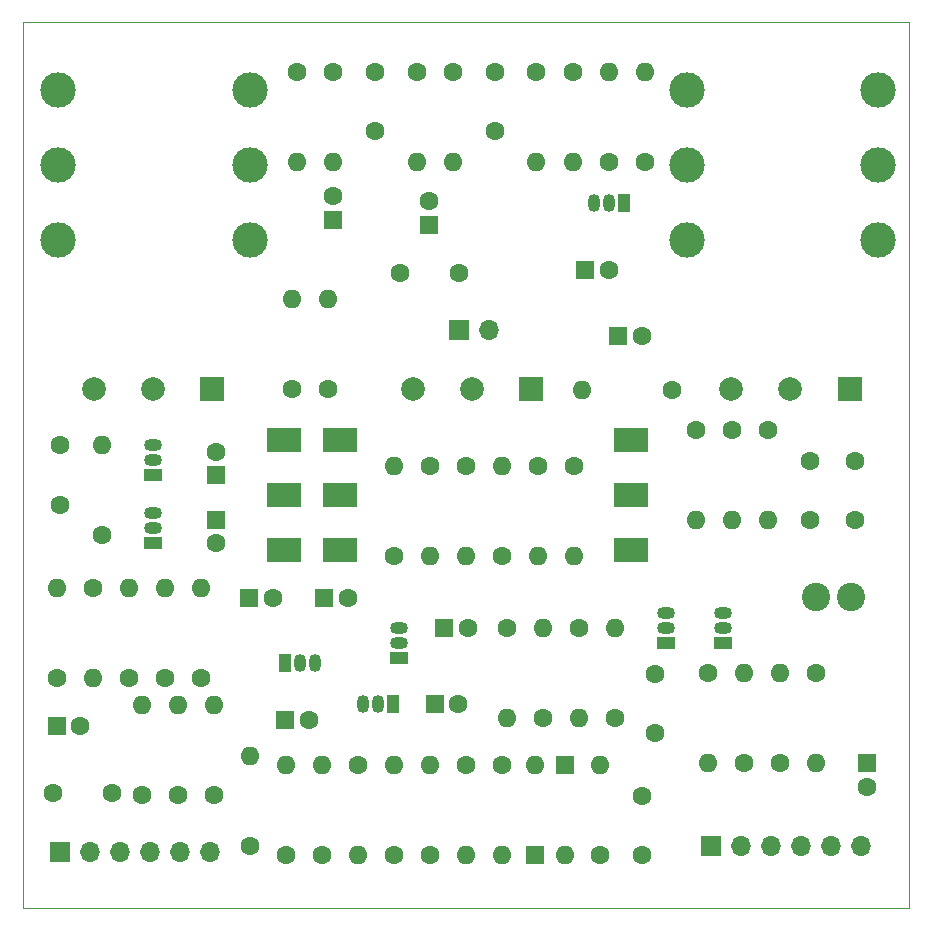
<source format=gts>
%TF.GenerationSoftware,KiCad,Pcbnew,9.0.0*%
%TF.CreationDate,2025-04-03T11:11:53-03:00*%
%TF.ProjectId,FuzzWah,46757a7a-5761-4682-9e6b-696361645f70,rev?*%
%TF.SameCoordinates,Original*%
%TF.FileFunction,Soldermask,Top*%
%TF.FilePolarity,Negative*%
%FSLAX46Y46*%
G04 Gerber Fmt 4.6, Leading zero omitted, Abs format (unit mm)*
G04 Created by KiCad (PCBNEW 9.0.0) date 2025-04-03 11:11:53*
%MOMM*%
%LPD*%
G01*
G04 APERTURE LIST*
%ADD10R,1.600000X1.600000*%
%ADD11C,1.600000*%
%ADD12O,1.600000X1.600000*%
%ADD13R,1.500000X1.050000*%
%ADD14O,1.500000X1.050000*%
%ADD15R,1.050000X1.500000*%
%ADD16O,1.050000X1.500000*%
%ADD17C,3.000000*%
%ADD18C,2.400000*%
%ADD19R,1.700000X1.700000*%
%ADD20O,1.700000X1.700000*%
%ADD21R,3.000000X2.000000*%
%ADD22R,2.000000X2.000000*%
%ADD23C,2.000000*%
%TA.AperFunction,Profile*%
%ADD24C,0.100000*%
%TD*%
G04 APERTURE END LIST*
D10*
%TO.C,C6*%
X72676000Y-91313000D03*
D11*
X74676000Y-91313000D03*
%TD*%
D10*
%TO.C,D2*%
X82931000Y-102870000D03*
D12*
X82931000Y-110490000D03*
%TD*%
D11*
%TO.C,R5*%
X52070000Y-95504000D03*
D12*
X52070000Y-87884000D03*
%TD*%
D10*
%TO.C,C7*%
X62516000Y-88773000D03*
D11*
X64516000Y-88773000D03*
%TD*%
%TO.C,C19*%
X107442000Y-82129000D03*
X107442000Y-77129000D03*
%TD*%
%TO.C,R21*%
X74549000Y-102870000D03*
D12*
X74549000Y-110490000D03*
%TD*%
D11*
%TO.C,R13*%
X74549000Y-77597000D03*
D12*
X74549000Y-85217000D03*
%TD*%
D11*
%TO.C,R23*%
X70358000Y-44196000D03*
D12*
X70358000Y-51816000D03*
%TD*%
D13*
%TO.C,Q3*%
X68834000Y-93853000D03*
D14*
X68834000Y-92583000D03*
X68834000Y-91313000D03*
%TD*%
D11*
%TO.C,R22*%
X73406000Y-44196000D03*
D12*
X73406000Y-51816000D03*
%TD*%
D11*
%TO.C,C18*%
X90551000Y-100163000D03*
X90551000Y-95163000D03*
%TD*%
%TO.C,R30*%
X91948000Y-71120000D03*
D12*
X84328000Y-71120000D03*
%TD*%
D11*
%TO.C,R40*%
X98044000Y-102743000D03*
D12*
X98044000Y-95123000D03*
%TD*%
D11*
%TO.C,R25*%
X60198000Y-44196000D03*
D12*
X60198000Y-51816000D03*
%TD*%
D10*
%TO.C,C15*%
X87436888Y-66548000D03*
D11*
X89436888Y-66548000D03*
%TD*%
D10*
%TO.C,C14*%
X84614000Y-60960000D03*
D11*
X86614000Y-60960000D03*
%TD*%
%TO.C,R104*%
X62865000Y-71000000D03*
D12*
X62865000Y-63380000D03*
%TD*%
D13*
%TO.C,Q7*%
X91440000Y-92583000D03*
D14*
X91440000Y-91313000D03*
X91440000Y-90043000D03*
%TD*%
D11*
%TO.C,R27*%
X86614000Y-51816000D03*
D12*
X86614000Y-44196000D03*
%TD*%
D11*
%TO.C,R24*%
X63246000Y-44196000D03*
D12*
X63246000Y-51816000D03*
%TD*%
D11*
%TO.C,R4*%
X49022000Y-95504000D03*
D12*
X49022000Y-87884000D03*
%TD*%
D10*
%TO.C,C1*%
X39878000Y-99568000D03*
D11*
X41878000Y-99568000D03*
%TD*%
%TO.C,R29*%
X89662000Y-51816000D03*
D12*
X89662000Y-44196000D03*
%TD*%
D11*
%TO.C,C5*%
X44537000Y-105283000D03*
X39537000Y-105283000D03*
%TD*%
%TO.C,R20*%
X59309000Y-110490000D03*
D12*
X59309000Y-102870000D03*
%TD*%
D11*
%TO.C,R32*%
X81026000Y-98933000D03*
D12*
X81026000Y-91313000D03*
%TD*%
D10*
%TO.C,C10*%
X59242888Y-99060000D03*
D11*
X61242888Y-99060000D03*
%TD*%
%TO.C,R28*%
X80440000Y-44196000D03*
D12*
X80440000Y-51816000D03*
%TD*%
D10*
%TO.C,C17*%
X108458000Y-102743000D03*
D11*
X108458000Y-104743000D03*
%TD*%
D13*
%TO.C,Q1*%
X48006000Y-84074000D03*
D14*
X48006000Y-82804000D03*
X48006000Y-81534000D03*
%TD*%
D11*
%TO.C,R41*%
X104140000Y-95123000D03*
D12*
X104140000Y-102743000D03*
%TD*%
D15*
%TO.C,Q4*%
X59242888Y-94234000D03*
D16*
X60512888Y-94234000D03*
X61782888Y-94234000D03*
%TD*%
D11*
%TO.C,C16*%
X89408000Y-110490000D03*
X89408000Y-105490000D03*
%TD*%
D10*
%TO.C,D1*%
X80391000Y-110490000D03*
D12*
X80391000Y-102870000D03*
%TD*%
D10*
%TO.C,C4*%
X53350000Y-82090001D03*
D11*
X53350000Y-84090001D03*
%TD*%
%TO.C,R1*%
X43688000Y-83438000D03*
D12*
X43688000Y-75818000D03*
%TD*%
D11*
%TO.C,C20*%
X103632000Y-82129000D03*
X103632000Y-77129000D03*
%TD*%
D17*
%TO.C,J3*%
X40000000Y-52100000D03*
X56230000Y-52100000D03*
X40000000Y-45750000D03*
X56230000Y-45750000D03*
X40000000Y-58450000D03*
X56230000Y-58450000D03*
%TD*%
D13*
%TO.C,Q2*%
X48016000Y-78358000D03*
D14*
X48016000Y-77088000D03*
X48016000Y-75818000D03*
%TD*%
D11*
%TO.C,R7*%
X53213000Y-105410000D03*
D12*
X53213000Y-97790000D03*
%TD*%
D11*
%TO.C,R37*%
X94996000Y-95123000D03*
D12*
X94996000Y-102743000D03*
%TD*%
D18*
%TO.C,L1*%
X104140000Y-88646000D03*
X107140000Y-88646000D03*
%TD*%
D11*
%TO.C,R11*%
X65405000Y-102870000D03*
D12*
X65405000Y-110490000D03*
%TD*%
D11*
%TO.C,R2*%
X42926000Y-87884000D03*
D12*
X42926000Y-95504000D03*
%TD*%
D10*
%TO.C,C9*%
X56194888Y-88773000D03*
D11*
X58194888Y-88773000D03*
%TD*%
%TO.C,R6*%
X50165000Y-105410000D03*
D12*
X50165000Y-97790000D03*
%TD*%
D10*
%TO.C,C11*%
X63296800Y-56733513D03*
D11*
X63296800Y-54733513D03*
%TD*%
%TO.C,C8*%
X73909000Y-61214000D03*
X68909000Y-61214000D03*
%TD*%
D10*
%TO.C,C21*%
X71882000Y-97684000D03*
D11*
X73882000Y-97684000D03*
%TD*%
D13*
%TO.C,Q8*%
X96266000Y-92583000D03*
D14*
X96266000Y-91313000D03*
X96266000Y-90043000D03*
%TD*%
D11*
%TO.C,R102*%
X56235600Y-109728000D03*
D12*
X56235600Y-102108000D03*
%TD*%
D11*
%TO.C,R10*%
X80645000Y-77597000D03*
D12*
X80645000Y-85217000D03*
%TD*%
D19*
%TO.C,J5*%
X73914000Y-66040000D03*
D20*
X76454000Y-66040000D03*
%TD*%
D11*
%TO.C,R9*%
X59817000Y-71000000D03*
D12*
X59817000Y-63380000D03*
%TD*%
D11*
%TO.C,R3*%
X45974000Y-95504000D03*
D12*
X45974000Y-87884000D03*
%TD*%
D11*
%TO.C,R34*%
X101092000Y-102743000D03*
D12*
X101092000Y-95123000D03*
%TD*%
D11*
%TO.C,R39*%
X100076000Y-74509000D03*
D12*
X100076000Y-82129000D03*
%TD*%
D10*
%TO.C,C3*%
X53340000Y-78358000D03*
D11*
X53340000Y-76358000D03*
%TD*%
%TO.C,C12*%
X66802000Y-49196000D03*
X66802000Y-44196000D03*
%TD*%
%TO.C,C13*%
X76962000Y-49207000D03*
X76962000Y-44207000D03*
%TD*%
%TO.C,R17*%
X71501000Y-110490000D03*
D12*
X71501000Y-102870000D03*
%TD*%
D10*
%TO.C,C22*%
X71374000Y-57150000D03*
D11*
X71374000Y-55150000D03*
%TD*%
%TO.C,R33*%
X87122000Y-98933000D03*
D12*
X87122000Y-91313000D03*
%TD*%
D11*
%TO.C,R101*%
X39878000Y-95504000D03*
D12*
X39878000Y-87884000D03*
%TD*%
D11*
%TO.C,R105*%
X77978000Y-91313000D03*
D12*
X77978000Y-98933000D03*
%TD*%
D11*
%TO.C,R18*%
X68453000Y-110490000D03*
D12*
X68453000Y-102870000D03*
%TD*%
D15*
%TO.C,Q5*%
X68326000Y-97684000D03*
D16*
X67056000Y-97684000D03*
X65786000Y-97684000D03*
%TD*%
D11*
%TO.C,R38*%
X97028000Y-74509000D03*
D12*
X97028000Y-82129000D03*
%TD*%
D11*
%TO.C,R15*%
X77597000Y-85217000D03*
D12*
X77597000Y-77597000D03*
%TD*%
D17*
%TO.C,J4*%
X93218000Y-52100000D03*
X109448000Y-52100000D03*
X93218000Y-45750000D03*
X109448000Y-45750000D03*
X93218000Y-58450000D03*
X109448000Y-58450000D03*
%TD*%
D11*
%TO.C,C2*%
X40132000Y-75818000D03*
X40132000Y-80818000D03*
%TD*%
%TO.C,R12*%
X68453000Y-85217000D03*
D12*
X68453000Y-77597000D03*
%TD*%
D11*
%TO.C,R26*%
X83566000Y-44196000D03*
D12*
X83566000Y-51816000D03*
%TD*%
D11*
%TO.C,R36*%
X93980000Y-74509000D03*
D12*
X93980000Y-82129000D03*
%TD*%
D11*
%TO.C,R35*%
X84074000Y-91313000D03*
D12*
X84074000Y-98933000D03*
%TD*%
D11*
%TO.C,R16*%
X77597000Y-102870000D03*
D12*
X77597000Y-110490000D03*
%TD*%
D11*
%TO.C,R19*%
X62357000Y-110490000D03*
D12*
X62357000Y-102870000D03*
%TD*%
D11*
%TO.C,R103*%
X83693000Y-77597000D03*
D12*
X83693000Y-85217000D03*
%TD*%
D15*
%TO.C,Q6*%
X87884000Y-55266000D03*
D16*
X86614000Y-55266000D03*
X85344000Y-55266000D03*
%TD*%
D11*
%TO.C,R31*%
X85852000Y-110490000D03*
D12*
X85852000Y-102870000D03*
%TD*%
D11*
%TO.C,R14*%
X71501000Y-77597000D03*
D12*
X71501000Y-85217000D03*
%TD*%
D11*
%TO.C,R8*%
X47117000Y-105410000D03*
D12*
X47117000Y-97790000D03*
%TD*%
D21*
%TO.C,SW2*%
X63900000Y-84630000D03*
X63900000Y-80000000D03*
X63900000Y-75370000D03*
X59100000Y-84630000D03*
X59100000Y-80000000D03*
X59100000Y-75370000D03*
%TD*%
D22*
%TO.C,RV3*%
X107000000Y-71000000D03*
D23*
X102000000Y-71000000D03*
X97000000Y-71000000D03*
%TD*%
D22*
%TO.C,RV2*%
X80000000Y-71000000D03*
D23*
X75000000Y-71000000D03*
X70000000Y-71000000D03*
%TD*%
D19*
%TO.C,J1*%
X40132000Y-110236000D03*
D20*
X42672000Y-110236000D03*
X45212000Y-110236000D03*
X47752000Y-110236000D03*
X50292000Y-110236000D03*
X52832000Y-110236000D03*
%TD*%
D19*
%TO.C,J2*%
X95250000Y-109728000D03*
D20*
X97790000Y-109728000D03*
X100330000Y-109728000D03*
X102870000Y-109728000D03*
X105410000Y-109728000D03*
X107950000Y-109728000D03*
%TD*%
D22*
%TO.C,RV1*%
X53000000Y-71000000D03*
D23*
X48000000Y-71000000D03*
X43000000Y-71000000D03*
%TD*%
D21*
%TO.C,SW1*%
X88500000Y-84630000D03*
X88500000Y-80000000D03*
X88500000Y-75370000D03*
%TD*%
D24*
X37000000Y-115000000D02*
X112000000Y-115000000D01*
X37000000Y-40000000D02*
X37000000Y-115000000D01*
X112000000Y-115000000D02*
X112000000Y-40000000D01*
X37000000Y-40000000D02*
X112000000Y-40000000D01*
M02*

</source>
